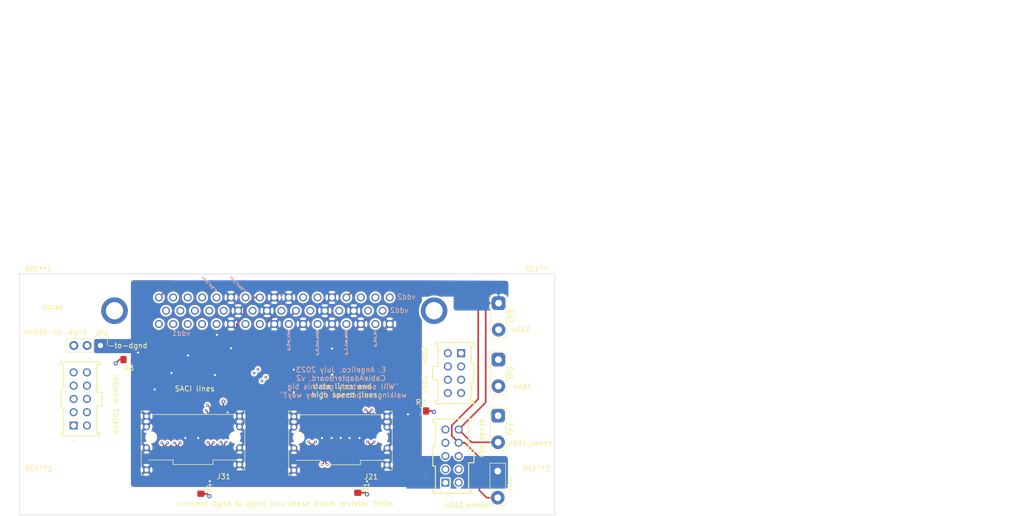
<source format=kicad_pcb>
(kicad_pcb (version 20221018) (generator pcbnew)
  (layers (0 "F.Cu" power) (1 "In1.Cu" signal "In1_sig.Cu") (2 "In2.Cu" power "In2_pwr.Cu") (3 "In3.Cu" power "In3_pwr.Cu") (4 "In4.Cu" signal "In4_sig.Cu") (31 "B.Cu" power) (34 "B.Paste" user) (35 "F.Paste" user) (36 "B.SilkS" user "B.Silkscreen") (37 "F.SilkS" user "F.Silkscreen") (38 "B.Mask" user) (39 "F.Mask" user) (44 "Edge.Cuts" user))
  (net 0 "")
  (net 1 "DGND")
  (net 2 "/RD_CLK_P")
  (net 3 "/DATA_OUT_1_P")
  (net 4 "/DATA_OUT_0_P")
  (net 5 "/ASIC_SR0_P")
  (net 6 "/WORD_CLK_0_N")
  (net 7 "/WORD_CLK_0_P")
  (net 8 "AGND")
  (net 9 "/HS_Vdiff")
  (net 10 "/VDD1")
  (net 11 "/VDD2")
  (net 12 "/RD_CLK_N")
  (net 13 "/DATA_OUT_1_N")
  (net 14 "/DATA_OUT_0_N")
  (net 15 "/ASIC_GR")
  (net 16 "/ASIC_SR0_N")
  (net 17 "/SACI_CMD_P")
  (net 18 "/SACI_CLK_P")
  (net 19 "/ASIC_SACI_SEL")
  (net 20 "/ADC_MON_VIN_P")
  (net 21 "/ASIC_SampClkEn_P")
  (net 22 "/ASIC_SampClkEn_N")
  (net 23 "/VDD2_Sense")
  (net 24 "/SACI_RESP_P")
  (net 25 "/SACI_RESP_N")
  (net 26 "/ASIC_PULSE")
  (net 27 "/SACI_CMD_N")
  (net 28 "/SACI_CLK_N")
  (net 29 "/ADC_MON_VCOM")
  (net 30 "/ADC_MON_VIN_N")
  (net 31 "/VDD1_Sense")
  (net 32 "/d-sub-shield")
  (footprint "Connector_PinHeader_2.54mm:PinHeader_1x03_P2.54mm_Vertical" (layer "F.Cu") (at 103.61 82.2 -90)
    (fp_text reference "JP1" (at -2.26 -0.21 180) (layer "F.SilkS"))
    (fp_text value "Jumper_3_Open")
    (pad "1" thru_hole rect (at 0 0 270) (size 1.7 1.7) (drill 1) (layers "*.Cu" "*.Mask") (net 1 "DGND"))
    (pad "2" thru_hole oval (at 0 2.54 270) (size 1.7 1.7) (drill 1) (layers "*.Cu" "*.Mask") (net 32 "/d-sub-shield"))
    (pad "3" thru_hole oval (at 0 5.08 270) (size 1.7 1.7) (drill 1) (layers "*.Cu" "*.Mask") (net 8 "AGND"))
  )
  (footprint "MountingHole:MountingHole_3mm" (layer "F.Cu") (at 91.75 71.66)
    (fp_text reference "REF**1" (at 0 -4) (layer "F.SilkS"))
    (fp_text value "MountingHole_3mm")
    (pad "" np_thru_hole circle (at 0 0) (size 3 3) (drill 3) (layers "*.Cu" "*.Mask"))
  )
  (footprint "Connector:TE_1888174-6" (layer "F.Cu") (at 149.525 99.8 180)
    (fp_text reference "J21" (at -5.86251 -7.50645) (layer "F.SilkS") (effects (font (size 1.001795 1.001795))))
    (fp_text value "1888174-6")
    (pad "" np_thru_hole circle (at -8 0 180) (size 1.55 1.55) (drill 1.55) (layers "*.Cu" "*.Mask"))
    (pad "" np_thru_hole circle (at 8 0 180) (size 1.55 1.55) (drill 1.55) (layers "*.Cu" "*.Mask"))
    (pad "A1" smd oval (at -6.6 2.91 180) (size 0.35 1.8) (layers "F.Cu" "F.Paste" "F.Mask") (net 1 "DGND"))
    (pad "A2" smd oval (at -5.8 2.91 180) (size 0.35 1.8) (layers "F.Cu" "F.Paste" "F.Mask") (net 3 "/DATA_OUT_1_P"))
    (pad "A3" smd oval (at -5 2.91 180) (size 0.35 1.8) (layers "F.Cu" "F.Paste" "F.Mask") (net 13 "/DATA_OUT_1_N"))
    (pad "A4" smd oval (at -4.2 2.91 180) (size 0.35 1.8) (layers "F.Cu" "F.Paste" "F.Mask") (net 1 "DGND"))
    (pad "A5" smd oval (at -3.4 2.91 180) (size 0.35 1.8) (layers "F.Cu" "F.Paste" "F.Mask"))
    (pad "A6" smd oval (at -2.6 2.91 180) (size 0.35 1.8) (layers "F.Cu" "F.Paste" "F.Mask"))
    (pad "A7" smd oval (at -1.8 2.91 180) (size 0.35 1.8) (layers "F.Cu" "F.Paste" "F.Mask") (net 1 "DGND"))
    (pad "A8" smd oval (at -1 2.91 180) (size 0.35 1.8) (layers "F.Cu" "F.Paste" "F.Mask"))
    (pad "A9" smd oval (at -0.2 2.91 180) (size 0.35 1.8) (layers "F.Cu" "F.Paste" "F.Mask"))
    (pad "A10" smd oval (at 0.6 2.91 180) (size 0.35 1.8) (layers "F.Cu" "F.Paste" "F.Mask"))
    (pad "A11" smd oval (at 1.4 2.91 180) (size 0.35 1.8) (layers "F.Cu" "F.Paste" "F.Mask"))
    (pad "A12" smd oval (at 2.2 2.91 180) (size 0.35 1.8) (layers "F.Cu" "F.Paste" "F.Mask") (net 1 "DGND"))
    (pad "A13" smd oval (at 3 2.91 180) (size 0.35 1.8) (layers "F.Cu" "F.Paste" "F.Mask"))
    (pad "A14" smd oval (at 3.8 2.91 180) (size 0.35 1.8) (layers "F.Cu" "F.Paste" "F.Mask"))
    (pad "A15" smd oval (at 4.6 2.91 180) (size 0.35 1.8) (layers "F.Cu" "F.Paste" "F.Mask") (net 1 "DGND"))
    (pad "A16" smd oval (at 5.4 2.91 180) (size 0.35 1.8) (layers "F.Cu" "F.Paste" "F.Mask"))
    (pad "A17" smd oval (at 6.2 2.91 180) (size 0.35 1.8) (layers "F.Cu" "F.Paste" "F.Mask"))
    (pad "A18" smd oval (at 7 2.91 180) (size 0.35 1.8) (layers "F.Cu" "F.Paste" "F.Mask") (net 1 "DGND"))
    (pad "B1" smd oval (at -7 -2.91 180) (size 0.35 1.8) (layers "F.Cu" "F.Paste" "F.Mask") (net 1 "DGND"))
    (pad "B2" smd oval (at -6.2 -2.91 180) (size 0.35 1.8) (layers "F.Cu" "F.Paste" "F.Mask") (net 4 "/DATA_OUT_0_P"))
    (pad "B3" smd oval (at -5.4 -2.91 180) (size 0.35 1.8) (layers "F.Cu" "F.Paste" "F.Mask") (net 14 "/DATA_OUT_0_N"))
    (pad "B4" smd oval (at -4.6 -2.91 180) (size 0.35 1.8) (layers "F.Cu" "F.Paste" "F.Mask") (net 1 "DGND"))
    (pad "B5" smd oval (at -3.8 -2.91 180) (size 0.35 1.8) (layers "F.Cu" "F.Paste" "F.Mask"))
    (pad "B6" smd oval (at -3 -2.91 180) (size 0.35 1.8) (layers "F.Cu" "F.Paste" "F.Mask"))
    (pad "B7" smd oval (at -2.2 -2.91 180) (size 0.35 1.8) (layers "F.Cu" "F.Paste" "F.Mask") (net 1 "DGND"))
    (pad "B8" smd oval (at -1.4 -2.91 180) (size 0.35 1.8) (layers "F.Cu" "F.Paste" "F.Mask"))
    (pad "B9" smd oval (at -0.6 -2.91 180) (size 0.35 1.8) (layers "F.Cu" "F.Paste" "F.Mask"))
    (pad "B10" smd oval (at 0.2 -2.91 180) (size 0.35 1.8) (layers "F.Cu" "F.Paste" "F.Mask"))
    (pad "B11" smd oval (at 1 -2.91 180) (size 0.35 1.8) (layers "F.Cu" "F.Paste" "F.Mask"))
    (pad "B12" smd oval (at 1.8 -2.91 180) (size 0.35 1.8) (layers "F.Cu" "F.Paste" "F.Mask") (net 1 "DGND"))
    (pad "B13" smd oval (at 2.6 -2.91 180) (size 0.35 1.8) (layers "F.Cu" "F.Paste" "F.Mask") (net 7 "/WORD_CLK_0_P"))
    (pad "B14" smd oval (at 3.4 -2.91 180) (size 0.35 1.8) (layers "F.Cu" "F.Paste" "F.Mask") (net 6 "/WORD_CLK_0_N"))
    (pad "B15" smd oval (at 4.2 -2.91 180) (size 0.35 1.8) (layers "F.Cu" "F.Paste" "F.Mask") (net 1 "DGND"))
    (pad "B16" smd oval (at 5 -2.91 180) (size 0.35 1.8) (layers "F.Cu" "F.Paste" "F.Mask") (net 2 "/RD_CLK_P"))
    (pad "B17" smd oval (at 5.8 -2.91 180) (size 0.35 1.8) (layers "F.Cu" "F.Paste" "F.Mask") (net 12 "/RD_CLK_N"))
    (pad "B18" smd oval (at 6.6 -2.91 180) (size 0.35 1.8) (layers "F.Cu" "F.Paste" "F.Mask") (net 1 "DGND"))
    (pad "S1" thru_hole circle (at -8.9 -5.24 180) (size 1.308 1.308) (drill 0.8) (layers "*.Cu" "*.Mask") (net 1 "DGND"))
    (pad "S2" thru_hole circle (at -8.9 -2 180) (size 1.308 1.308) (drill 0.8) (layers "*.Cu" "*.Mask") (net 1 "DGND"))
    (pad "S3" thru_hole circle (at -8.9 2 180) (size 1.308 1.308) (drill 0.8) (layers "*.Cu" "*.Mask") (net 1 "DGND"))
    (pad "S4" thru_hole circle (at -8.9 4.03 180) (size 1.308 1.308) (drill 0.8) (layers "*.Cu" "*.Mask") (net 1 "DGND"))
    (pad "S5" thru_hole circle (at 8.9 4.03 180) (size 1.308 1.308) (drill 0.8) (layers "*.Cu" "*.Mask") (net 1 "DGND"))
    (pad "S6" thru_hole circle (at 8.9 2 180) (size 1.308 1.308) (drill 0.8) (layers "*.Cu" "*.Mask") (net 1 "DGND"))
    (pad "S7" thru_hole circle (at 8.9 -2 180) (size 1.308 1.308) (drill 0.8) (layers "*.Cu" "*.Mask") (net 1 "DGND"))
    (pad "S8" thru_hole circle (at 8.9 -6.24 180) (size 1.308 1.308) (drill 0.8) (layers "*.Cu" "*.Mask") (net 1 "DGND"))
  )
  (footprint "Connector_Samtec:SAMTEC_IPL1-105-01-X-D-K" (layer "F.Cu") (at 170.865 103.3425 90)
    (fp_text reference "J2" (at -3.935 -4.812 90) (layer "F.SilkS") (effects (font (thickness 0.015))))
    (fp_text value "IPL1-105-01-L-D-K")
    (pad "01" thru_hole rect (at -5.08 -1.27 90) (size 1.53 1.53) (drill 1.02) (layers "*.Cu" "*.Mask") (net 8 "AGND"))
    (pad "02" thru_hole circle (at -2.54 -1.27 90) (size 1.53 1.53) (drill 1.02) (layers "*.Cu" "*.Mask"))
    (pad "03" thru_hole circle (at 0 -1.27 90) (size 1.53 1.53) (drill 1.02) (layers "*.Cu" "*.Mask"))
    (pad "04" thru_hole circle (at 2.54 -1.27 90) (size 1.53 1.53) (drill 1.02) (layers "*.Cu" "*.Mask"))
    (pad "05" thru_hole circle (at 5.08 -1.27 90) (size 1.53 1.53) (drill 1.02) (layers "*.Cu" "*.Mask") (net 8 "AGND"))
    (pad "06" thru_hole circle (at -5.08 1.27 90) (size 1.53 1.53) (drill 1.02) (layers "*.Cu" "*.Mask"))
    (pad "07" thru_hole circle (at -2.54 1.27 90) (size 1.53 1.53) (drill 1.02) (layers "*.Cu" "*.Mask"))
    (pad "08" thru_hole circle (at 0 1.27 90) (size 1.53 1.53) (drill 1.02) (layers "*.Cu" "*.Mask"))
    (pad "09" thru_hole circle (at 2.54 1.27 90) (size 1.53 1.53) (drill 1.02) (layers "*.Cu" "*.Mask") (net 23 "/VDD2_Sense"))
    (pad "10" thru_hole circle (at 5.08 1.27 90) (size 1.53 1.53) (drill 1.02) (layers "*.Cu" "*.Mask") (net 31 "/VDD1_Sense"))
  )
  (footprint "TestPoint:TestPoint_2Pads_Pitch5.08mm_Drill1.3mm" (layer "F.Cu") (at 179.6 106.22 -90)
    (fp_text reference "TP4" (at 2.54 -2.5 90) (layer "F.SilkS"))
    (fp_text value "TestPoint_2Pole")
    (pad "1" thru_hole roundrect (at 0 0 270) (size 2.6 2.6) (drill 1.3) (layers "*.Cu" "*.Mask") (net 1 "DGND"))
    (pad "2" thru_hole circle (at 5.08 0 270) (size 2.6 2.6) (drill 1.3) (layers "*.Cu" "*.Mask") (net 23 "/VDD2_Sense"))
  )
  (footprint "MountingHole:MountingHole_3mm" (layer "F.Cu") (at 187 109.76)
    (fp_text reference "REF**2" (at 0 -4) (layer "F.SilkS"))
    (fp_text value "MountingHole_3mm")
    (pad "" np_thru_hole circle (at 0 0) (size 3 3) (drill 3) (layers "*.Cu" "*.Mask"))
  )
  (footprint "Connector_Samtec:SAMTEC_IPL1-105-01-X-D-K" (layer "F.Cu") (at 99.765 92.4175 90)
    (fp_text reference "J3" (at -3.935 -4.812 90) (layer "F.SilkS") (effects (font (thickness 0.015))))
    (fp_text value "IPL1-105-01-X-D-K")
    (pad "01" thru_hole rect (at -5.08 -1.27 90) (size 1.53 1.53) (drill 1.02) (layers "*.Cu" "*.Mask") (net 8 "AGND"))
    (pad "02" thru_hole circle (at -2.54 -1.27 90) (size 1.53 1.53) (drill 1.02) (layers "*.Cu" "*.Mask") (net 8 "AGND"))
    (pad "03" thru_hole circle (at 0 -1.27 90) (size 1.53 1.53) (drill 1.02) (layers "*.Cu" "*.Mask") (net 8 "AGND"))
    (pad "04" thru_hole circle (at 2.54 -1.27 90) (size 1.53 1.53) (drill 1.02) (layers "*.Cu" "*.Mask") (net 8 "AGND"))
    (pad "05" thru_hole circle (at 5.08 -1.27 90) (size 1.53 1.53) (drill 1.02) (layers "*.Cu" "*.Mask") (net 8 "AGND"))
    (pad "06" thru_hole circle (at -5.08 1.27 90) (size 1.53 1.53) (drill 1.02) (layers "*.Cu" "*.Mask") (net 9 "/HS_Vdiff"))
    (pad "07" thru_hole circle (at -2.54 1.27 90) (size 1.53 1.53) (drill 1.02) (layers "*.Cu" "*.Mask"))
    (pad "08" thru_hole circle (at 0 1.27 90) (size 1.53 1.53) (drill 1.02) (layers "*.Cu" "*.Mask") (net 20 "/ADC_MON_VIN_P"))
    (pad "09" thru_hole circle (at 2.54 1.27 90) (size 1.53 1.53) (drill 1.02) (layers "*.Cu" "*.Mask") (net 29 "/ADC_MON_VCOM"))
    (pad "10" thru_hole circle (at 5.08 1.27 90) (size 1.53 1.53) (drill 1.02) (layers "*.Cu" "*.Mask") (net 30 "/ADC_MON_VIN_N"))
  )
  (footprint "Resistor_SMD:R_0805_2012Metric_Pad1.20x1.40mm_HandSolder" (layer "F.Cu") (at 109.03 84.89 180)
    (fp_text reference "R3" (at 0 -1.65) (layer "F.SilkS"))
    (fp_text value "0 (NL)")
    (pad "1" smd roundrect (at -1 0 180) (size 1.2 1.4) (layers "F.Cu" "F.Paste" "F.Mask") (roundrect_rratio 0.2083333333) (net 1 "DGND"))
    (pad "2" smd roundrect (at 1 0 180) (size 1.2 1.4) (layers "F.Cu" "F.Paste" "F.Mask") (roundrect_rratio 0.2083333333) (net 8 "AGND"))
  )
  (footprint "Resistor_SMD:R_0805_2012Metric_Pad1.20x1.40mm_HandSolder" (layer "F.Cu") (at 164.89 94.72)
    (fp_text reference "R2" (at 0 -1.65) (layer "F.SilkS"))
    (fp_text value "0 (NL)")
    (pad "1" smd roundrect (at -1 0) (size 1.2 1.4) (layers "F.Cu" "F.Paste" "F.Mask") (roundrect_rratio 0.2083333333) (net 1 "DGND"))
    (pad "2" smd roundrect (at 1 0) (size 1.2 1.4) (layers "F.Cu" "F.Paste" "F.Mask") (roundrect_rratio 0.2083333333) (net 8 "AGND"))
  )
  (footprint "TestPoint:TestPoint_2Pads_Pitch5.08mm_Drill1.3mm" (layer "F.Cu") (at 179.72 84.89 -90)
    (fp_text reference "TP2" (at 2.54 -2.5 90) (layer "F.SilkS"))
    (fp_text value "TestPoint_2Pole")
    (pad "1" thru_hole roundrect (at 0 0 270) (size 2.6 2.6) (drill 1.3) (layers "*.Cu" "*.Mask") (net 8 "AGND"))
    (pad "2" thru_hole circle (at 5.08 0 270) (size 2.6 2.6) (drill 1.3) (layers "*.Cu" "*.Mask") (net 10 "/VDD1"))
  )
  (footprint "Resistor_SMD:R_0805_2012Metric_Pad1.20x1.40mm_HandSolder" (layer "F.Cu") (at 122.84 109.55 -90)
    (fp_text reference "R4" (at 0 -1.65 90) (layer "F.SilkS"))
    (fp_text value "0 (NL)")
    (pad "1" smd roundrect (at -1 0 270) (size 1.2 1.4) (layers "F.Cu" "F.Paste" "F.Mask") (roundrect_rratio 0.2083333333) (net 1 "DGND"))
    (pad "2" smd roundrect (at 1 0 270) (size 1.2 1.4) (layers "F.Cu" "F.Paste" "F.Mask") (roundrect_rratio 0.2083333333) (net 8 "AGND"))
  )
  (footprint "MountingHole:MountingHole_3mm" (layer "F.Cu") (at 187 71.66)
    (fp_text reference "REF**" (at 0 -4) (layer "F.SilkS"))
    (fp_text value "MountingHole_3mm")
    (pad "" np_thru_hole circle (at 0 0) (size 3 3) (drill 3) (layers "*.Cu" "*.Mask"))
  )
  (footprint "TestPoint:TestPoint_2Pads_Pitch5.08mm_Drill1.3mm" (layer "F.Cu") (at 179.77 74.1 -90)
    (fp_text reference "TP3" (at 2.54 -2.5 90) (layer "F.SilkS"))
    (fp_text value "TestPoint_2Pole")
    (pad "1" thru_hole roundrect (at 0 0 270) (size 2.6 2.6) (drill 1.3) (layers "*.Cu" "*.Mask") (net 1 "DGND"))
    (pad "2" thru_hole circle (at 5.08 0 270) (size 2.6 2.6) (drill 1.3) (layers "*.Cu" "*.Mask") (net 11 "/VDD2"))
  )
  (footprint "Connector:TE_1888174-6" (layer "F.Cu") (at 121.325 99.75 180)
    (fp_text reference "J31" (at -5.86251 -7.50645) (layer "F.SilkS") (effects (font (size 1.001795 1.001795))))
    (fp_text value "1888174-6")
    (pad "" np_thru_hole circle (at -8 0 180) (size 1.55 1.55) (drill 1.55) (layers "*.Cu" "*.Mask"))
    (pad "" np_thru_hole circle (at 8 0 180) (size 1.55 1.55) (drill 1.55) (layers "*.Cu" "*.Mask"))
    (pad "A1" smd oval (at -6.6 2.91 180) (size 0.35 1.8) (layers "F.Cu" "F.Paste" "F.Mask") (net 1 "DGND"))
    (pad "A2" smd oval (at -5.8 2.91 180) (size 0.35 1.8) (layers "F.Cu" "F.Paste" "F.Mask") (net 19 "/ASIC_SACI_SEL"))
    (pad "A3" smd oval (at -5 2.91 180) (size 0.35 1.8) (layers "F.Cu" "F.Paste" "F.Mask"))
    (pad "A4" smd oval (at -4.2 2.91 180) (size 0.35 1.8) (layers "F.Cu" "F.Paste" "F.Mask") (net 1 "DGND"))
    (pad "A5" smd oval (at -3.4 2.91 180) (size 0.35 1.8) (layers "F.Cu" "F.Paste" "F.Mask") (net 21 "/ASIC_SampClkEn_P"))
    (pad "A6" smd oval (at -2.6 2.91 180) (size 0.35 1.8) (layers "F.Cu" "F.Paste" "F.Mask") (net 22 "/ASIC_SampClkEn_N"))
    (pad "A7" smd oval (at -1.8 2.91 180) (size 0.35 1.8) (layers "F.Cu" "F.Paste" "F.Mask") (net 1 "DGND"))
    (pad "A8" smd oval (at -1 2.91 180) (size 0.35 1.8) (layers "F.Cu" "F.Paste" "F.Mask"))
    (pad "A9" smd oval (at -0.2 2.91 180) (size 0.35 1.8) (layers "F.Cu" "F.Paste" "F.Mask"))
    (pad "A10" smd oval (at 0.6 2.91 180) (size 0.35 1.8) (layers "F.Cu" "F.Paste" "F.Mask"))
    (pad "A11" smd oval (at 1.4 2.91 180) (size 0.35 1.8) (layers "F.Cu" "F.Paste" "F.Mask"))
    (pad "A12" smd oval (at 2.2 2.91 180) (size 0.35 1.8) (layers "F.Cu" "F.Paste" "F.Mask") (net 1 "DGND"))
    (pad "A13" smd oval (at 3 2.91 180) (size 0.35 1.8) (layers "F.Cu" "F.Paste" "F.Mask") (net 15 "/ASIC_GR"))
    (pad "A14" smd oval (at 3.8 2.91 180) (size 0.35 1.8) (layers "F.Cu" "F.Paste" "F.Mask") (net 26 "/ASIC_PULSE"))
    (pad "A15" smd oval (at 4.6 2.91 180) (size 0.35 1.8) (layers "F.Cu" "F.Paste" "F.Mask") (net 1 "DGND"))
    (pad "A16" smd oval (at 5.4 2.91 180) (size 0.35 1.8) (layers "F.Cu" "F.Paste" "F.Mask"))
    (pad "A17" smd oval (at 6.2 2.91 180) (size 0.35 1.8) (layers "F.Cu" "F.Paste" "F.Mask"))
    (pad "A18" smd oval (at 7 2.91 180) (size 0.35 1.8) (layers "F.Cu" "F.Paste" "F.Mask") (net 1 "DGND"))
    (pad "B1" smd oval (at -7 -2.91 180) (size 0.35 1.8) (layers "F.Cu" "F.Paste" "F.Mask") (net 1 "DGND"))
    (pad "B2" smd oval (at -6.2 -2.91 180) (size 0.35 1.8) (layers "F.Cu" "F.Paste" "F.Mask") (net 24 "/SACI_RESP_P"))
    (pad "B3" smd oval (at -5.4 -2.91 180) (size 0.35 1.8) (layers "F.Cu" "F.Paste" "F.Mask") (net 25 "/SACI_RESP_N"))
    (pad "B4" smd oval (at -4.6 -2.91 180) (size 0.35 1.8) (layers "F.Cu" "F.Paste" "F.Mask") (net 1 "DGND"))
    (pad "B5" smd oval (at -3.8 -2.91 180) (size 0.35 1.8) (layers "F.Cu" "F.Paste" "F.Mask") (net 17 "/SACI_CMD_P"))
    (pad "B6" smd oval (at -3 -2.91 180) (size 0.35 1.8) (layers "F.Cu" "F.Paste" "F.Mask") (net 27 "/SACI_CMD_N"))
    (pad "B7" smd oval (at -2.2 -2.91 180) (size 0.35 1.8) (layers "F.Cu" "F.Paste" "F.Mask") (net 1 "DGND"))
    (pad "B8" smd oval (at -1.4 -2.91 180) (size 0.35 1.8) (layers "F.Cu" "F.Paste" "F.Mask"))
    (pad "B9" smd oval (at -0.6 -2.91 180) (size 0.35 1.8) (layers "F.Cu" "F.Paste" "F.Mask"))
    (pad "B10" smd oval (at 0.2 -2.91 180) (size 0.35 1.8) (layers "F.Cu" "F.Paste" "F.Mask"))
    (pad "B11" smd oval (at 1 -2.91 180) (size 0.35 1.8) (layers "F.Cu" "F.Paste" "F.Mask"))
    (pad "B12" smd oval (at 1.8 -2.91 180) (size 0.35 1.8) (layers "F.Cu" "F.Paste" "F.Mask") (net 1 "DGND"))
    (pad "B13" smd oval (at 2.6 -2.91 180) (size 0.35 1.8) (layers "F.Cu" "F.Paste" "F.Mask") (net 18 "/SACI_CLK_P"))
    (pad "B14" smd oval (at 3.4 -2.91 180) (size 0.35 1.8) (layers "F.Cu" "F.Paste" "F.Mask") (net 28 "/SACI_CLK_N"))
    (pad "B15" smd oval (at 4.2 -2.91 180) (size 0.35 1.8) (layers "F.Cu" "F.Paste" "F.Mask") (net 1 "DGND"))
    (pad "B16" smd oval (at 5 -2.91 180) (size 0.35 1.8) (layers "F.Cu" "F.Paste" "F.Mask") (net 5 "/ASIC_SR0_P"))
    (pad "B17" smd oval (at 5.8 -2.91 180) (size 0.35 1.8) (layers "F.Cu" "F.Paste" "F.Mask") (net 16 "/ASIC_SR0_N"))
    (pad "B18" smd oval (at 6.6 -2.91 180) (size 0.35 1.8) (layers "F.Cu" "F.Paste" "F.Mask") (net 1 "DGND"))
    (pad "S1" thru_hole circle (at -8.9 -5.24 180) (size 1.308 1.308) (drill 0.8) (layers "*.Cu" "*.Mask") (net 1 "DGND"))
    (pad "S2" thru_hole circle (at -8.9 -2 180) (size 1.308 1.308) (drill 0.8) (layers "*.Cu" "*.Mask") (net 1 "DGND"))
    (pad "S3" thru_hole circle (at -8.9 2 180) (size 1.308 1.308) (drill 0.8) (layers "*.Cu" "*.Mask") (net 1 "DGND"))
    (pad "S4" thru_hole circle (at -8.9 4.03 180) (size 1.308 1.308) (drill 0.8) (layers "*.Cu" "*.Mask") (net 1 "DGND"))
    (pad "S5" thru_hole circle (at 8.9 4.03 180) (size 1.308 1.308) (drill 0.8) (layers "*.Cu" "*.Mask") (net 1 "DGND"))
    (pad "S6" thru_hole circle (at 8.9 2 180) (size 1.308 1.308) (drill 0.8) (layers "*.Cu" "*.Mask") (net 1 "DGND"))
    (pad "S7" thru_hole circle (at 8.9 -2 180) (size 1.308 1.308) (drill 0.8) (layers "*.Cu" "*.Mask") (net 1 "DGND"))
    (pad "S8" thru_hole circle (at 8.9 -6.24 180) (size 1.308 1.308) (drill 0.8) (layers "*.Cu" "*.Mask") (net 1 "DGND"))
  )
  (footprint "Connector_Samtec:SAMTEC_IPL1-104-01-L-D-K" (layer "F.Cu") (at 171.325 87.475 -90)
    (fp_text reference "J1" (at -2.535 -4.77 90) (layer "F.SilkS") (effects (font (thickness 0.015))))
    (fp_text value "IPL1-104-01-L-D-K")
    (pad "01" thru_hole rect (at -3.81 -1.27 270) (size 1.53 1.53) (drill 1.02) (layers "*.Cu" "*.Mask") (net 8 "AGND"))
    (pad "02" thru_hole circle (at -1.27 -1.27 270) (size 1.53 1.53) (drill 1.02) (layers "*.Cu" "*.Mask") (net 8 "AGND"))
    (pad "03" thru_hole circle (at 1.27 -1.27 270) (size 1.53 1.53) (drill 1.02) (layers "*.Cu" "*.Mask") (net 8 "AGND"))
    (pad "04" thru_hole circle (at 3.81 -1.27 270) (size 1.53 1.53) (drill 1.02) (layers "*.Cu" "*.Mask") (net 8 "AGND"))
    (pad "05" thru_hole circle (at -3.81 1.27 270) (size 1.53 1.53) (drill 1.02) (layers "*.Cu" "*.Mask") (net 11 "/VDD2"))
    (pad "06" thru_hole circle (at -1.27 1.27 270) (size 1.53 1.53) (drill 1.02) (layers "*.Cu" "*.Mask") (net 11 "/VDD2"))
    (pad "07" thru_hole circle (at 1.27 1.27 270) (size 1.53 1.53) (drill 1.02) (layers "*.Cu" "*.Mask") (net 10 "/VDD1"))
    (pad "08" thru_hole circle (at 3.81 1.27 270) (size 1.53 1.53) (drill 1.02) (layers "*.Cu" "*.Mask") (net 10 "/VDD1"))
  )
  (footprint "Connector_Dsub:SKT-50" (layer "F.Cu") (at 94.575 74.975)
    (fp_text reference "DSUB1" (at 0 0) (layer "F.SilkS") (effects (font (size 0.787402 0.787402))))
    (fp_text value "5747193-2")
    (pad "1" thru_hole circle (at 64.3636 3.1115) (size 1.524 1.524) (drill 1.016) (layers "*.Cu" "*.Mask") (net 1 "DGND"))
    (pad "2" thru_hole circle (at 61.6204 3.1115) (size 1.524 1.524) (drill 1.016) (layers "*.Cu" "*.Mask") (net 2 "/RD_CLK_P"))
    (pad "3" thru_hole circle (at 58.8518 3.1115) (size 1.524 1.524) (drill 1.016) (layers "*.Cu" "*.Mask") (net 1 "DGND"))
    (pad "4" thru_hole circle (at 56.0832 3.1115) (size 1.524 1.524) (drill 1.016) (layers "*.Cu" "*.Mask") (net 3 "/DATA_OUT_1_P"))
    (pad "5" thru_hole circle (at 53.34 3.1115) (size 1.524 1.524) (drill 1.016) (layers "*.Cu" "*.Mask") (net 1 "DGND"))
    (pad "6" thru_hole circle (at 50.5714 3.1115) (size 1.524 1.524) (drill 1.016) (layers "*.Cu" "*.Mask") (net 4 "/DATA_OUT_0_P"))
    (pad "7" thru_hole circle (at 47.8028 3.1115) (size 1.524 1.524) (drill 1.016) (layers "*.Cu" "*.Mask") (net 1 "DGND"))
    (pad "8" thru_hole circle (at 45.0596 3.1115) (size 1.524 1.524) (drill 1.016) (layers "*.Cu" "*.Mask") (net 5 "/ASIC_SR0_P"))
    (pad "9" thru_hole circle (at 42.291 3.1115) (size 1.524 1.524) (drill 1.016) (layers "*.Cu" "*.Mask") (net 1 "DGND"))
    (pad "10" thru_hole circle (at 39.5224 3.1115) (size 1.524 1.524) (drill 1.016) (layers "*.Cu" "*.Mask") (net 6 "/WORD_CLK_0_N"))
    (pad "11" thru_hole circle (at 36.7792 3.1115) (size 1.524 1.524) (drill 1.016) (layers "*.Cu" "*.Mask") (net 7 "/WORD_CLK_0_P"))
    (pad "12" thru_hole circle (at 34.0106 3.1115) (size 1.524 1.524) (drill 1.016) (layers "*.Cu" "*.Mask") (net 1 "DGND"))
    (pad "13" thru_hole circle (at 31.242 3.1115) (size 1.524 1.524) (drill 1.016) (layers "*.Cu" "*.Mask") (net 8 "AGND"))
    (pad "14" thru_hole circle (at 28.4988 3.1115) (size 1.524 1.524) (drill 1.016) (layers "*.Cu" "*.Mask") (net 9 "/HS_Vdiff"))
    (pad "15" thru_hole circle (at 25.7302 3.1115) (size 1.524 1.524) (drill 1.016) (layers "*.Cu" "*.Mask") (net 10 "/VDD1"))
    (pad "16" thru_hole circle (at 22.9616 3.1115) (size 1.524 1.524) (drill 1.016) (layers "*.Cu" "*.Mask") (net 10 "/VDD1"))
    (pad "17" thru_hole circle (at 20.2184 3.1115) (size 1.524 1.524) (drill 1.016) (layers "*.Cu" "*.Mask") (net 8 "AGND"))
    (pad "18" thru_hole circle (at 62.992 0.5715) (size 1.524 1.524) (drill 1.016) (layers "*.Cu" "*.Mask") (net 11 "/VDD2"))
    (pad "19" thru_hole circle (at 60.2234 0.5715) (size 1.524 1.524) (drill 1.016) (layers "*.Cu" "*.Mask") (net 12 "/RD_CLK_N"))
    (pad "20" thru_hole circle (at 57.4802 0.5715) (size 1.524 1.524) (drill 1.016) (layers "*.Cu" "*.Mask") (net 1 "DGND"))
    (pad "21" thru_hole circle (at 54.7116 0.5715) (size 1.524 1.524) (drill 1.016) (layers "*.Cu" "*.Mask") (net 13 "/DATA_OUT_1_N"))
    (pad "22" thru_hole circle (at 51.943 0.5715) (size 1.524 1.524) (drill 1.016) (layers "*.Cu" "*.Mask") (net 1 "DGND"))
    (pad "23" thru_hole circle (at 49.1744 0.5715) (size 1.524 1.524) (drill 1.016) (layers "*.Cu" "*.Mask") (net 14 "/DATA_OUT_0_N"))
    (pad "24" thru_hole circle (at 46.4312 0.5715) (size 1.524 1.524) (drill 1.016) (layers "*.Cu" "*.Mask") (net 15 "/ASIC_GR"))
    (pad "25" thru_hole circle (at 43.6626 0.5715) (size 1.524 1.524) (drill 1.016) (layers "*.Cu" "*.Mask") (net 16 "/ASIC_SR0_N"))
    (pad "26" thru_hole circle (at 40.894 0.5715) (size 1.524 1.524) (drill 1.016) (layers "*.Cu" "*.Mask") (net 1 "DGND"))
    (pad "27" thru_hole circle (at 38.1508 0.5715) (size 1.524 1.524) (drill 1.016) (layers "*.Cu" "*.Mask") (net 17 "/SACI_CMD_P"))
    (pad "28" thru_hole circle (at 35.3822 0.5715) (size 1.524 1.524) (drill 1.016) (layers "*.Cu" "*.Mask") (net 1 "DGND"))
    (pad "29" thru_hole circle (at 32.6136 0.5715) (size 1.524 1.524) (drill 1.016) (layers "*.Cu" "*.Mask") (net 18 "/SACI_CLK_P"))
    (pad "30" thru_hole circle (at 29.8704 0.5715) (size 1.524 1.524) (drill 1.016) (layers "*.Cu" "*.Mask") (net 19 "/ASIC_SACI_SEL"))
    (pad "31" thru_hole circle (at 27.1018 0.5715) (size 1.524 1.524) (drill 1.016) (layers "*.Cu" "*.Mask") (net 8 "AGND"))
    (pad "32" thru_hole circle (at 24.3332 0.5715) (size 1.524 1.524) (drill 1.016) (layers "*.Cu" "*.Mask") (net 20 "/ADC_MON_VIN_P"))
    (pad "33" thru_hole circle (at 21.59 0.5715) (size 1.524 1.524) (drill 1.016) (layers "*.Cu" "*.Mask") (net 8 "AGND"))
    (pad "34" thru_hole circle (at 64.3636 -1.9685) (size 1.524 1.524) (drill 1.016) (layers "*.Cu" "*.Mask") (net 11 "/VDD2"))
    (pad "35" thru_hole circle (at 61.6204 -1.9685) (size 1.524 1.524) (drill 1.016) (layers "*.Cu" "*.Mask") (net 21 "/ASIC_SampClkEn_P"))
    (pad "36" thru_hole circle (at 58.8518 -1.9685) (size 1.524 1.524) (drill 1.016) (layers "*.Cu" "*.Mask") (net 22 "/ASIC_SampClkEn_N"))
    (pad "37" thru_hole circle (at 56.0832 -1.9685) (size 1.524 1.524) (drill 1.016) (layers "*.Cu" "*.Mask") (net 23 "/VDD2_Sense"))
    (pad "38" thru_hole circle (at 53.34 -1.9685) (size 1.524 1.524) (drill 1.016) (layers "*.Cu" "*.Mask") (net 1 "DGND"))
    (pad "39" thru_hole circle (at 50.5714 -1.9685) (size 1.524 1.524) (drill 1.016) (layers "*.Cu" "*.Mask") (net 24 "/SACI_RESP_P"))
    (pad "40" thru_hole circle (at 47.8028 -1.9685) (size 1.524 1.524) (drill 1.016) (layers "*.Cu" "*.Mask") (net 25 "/SACI_RESP_N"))
    (pad "41" thru_hole circle (at 45.0596 -1.9685) (size 1.524 1.524) (drill 1.016) (layers "*.Cu" "*.Mask") (net 1 "DGND"))
    (pad "42" thru_hole circle (at 42.291 -1.9685) (size 1.524 1.524) (drill 1.016) (layers "*.Cu" "*.Mask") (net 1 "DGND"))
    (pad "43" thru_hole circle (at 39.5224 -1.9685) (size 1.524 1.524) (drill 1.016) (layers "*.Cu" "*.Mask") (net 26 "/ASIC_PULSE"))
    (pad "44" thru_hole circle (at 36.7792 -1.9685) (size 1.524 1.524) (drill 1.016) (layers "*.Cu" "*.Mask") (net 27 "/SACI_CMD_N"))
    (pad "45" thru_hole circle (at 34.0106 -1.9685) (size 1.524 1.524) (drill 1.016) (layers "*.Cu" "*.Mask") (net 1 "DGND"))
    (pad "46" thru_hole circle (at 31.242 -1.9685) (size 1.524 1.524) (drill 1.016) (layers "*.Cu" "*.Mask") (net 28 "/SACI_CLK_N"))
    (pad "47" thru_hole circle (at 28.4988 -1.9685) (size 1.524 1.524) (drill 1.016) (layers "*.Cu" "*.Mask") (net 8 "AGND"))
    (pad "48" thru_hole circle (at 25.7302 -1.9685) (size 1.524 1.524) (drill 1.016) (layers "*.Cu" "*.Mask") (net 29 "/ADC_MON_VCOM"))
    (pad "49" thru_hole circle (at 22.9616 -1.9685) (size 1.524 1.524) (drill 1.016) (layers "*.Cu" "*.Mask") (net 30 "/ADC_MON_VIN_N"))
    (pad "50" thru_hole circle (at 20.2184 -1.9685) (size 1.524 1.524) (drill 1.016) (layers "*.Cu" "*.Mask") (net 31 "/VDD1_Sense"))
    (pad "M1" thru_hole circle (at 11.7348 0.5715) (size 5.08 5.08) (drill 3.302) (layers "*.Cu" "*.Mask") (net 32 "/d-sub-shield"))
    (pad "M2" thru_hole circle (at 72.8472 0.5715) (size 5.08 5.08) (drill 3.302) (layers "*.Cu" "*.Mask") (net 32 "/d-sub-shield"))
  )
  (footprint "TestPoint:TestPoint_2Pads_Pitch5.08mm_Drill1.3mm" (layer "F.Cu") (at 179.67 95.63 -90)
    (fp_text reference "TP1" (at 2.54 -2.5 90) (layer "F.SilkS"))
    (fp_text value "TestPoint_2Pole")
    (pad "1" thru_hole roundrect (at 0 0 270) (size 2.6 2.6) (drill 1.3) (layers "*.Cu" "*.Mask") (net 8 "AGND"))
    (pad "2" thru_hole circle (at 5.08 0 270) (size 2.6 2.6) (drill 1.3) (layers "*.Cu" "*.Mask") (net 31 "/VDD1_Sense"))
  )
  (footprint "Resistor_SMD:R_0805_2012Metric_Pad1.20x1.40mm_HandSolder" (layer "F.Cu") (at 152.84 109.36 -90)
    (fp_text reference "R1" (at 0 -1.65 90) (layer "F.SilkS"))
    (fp_text value "0 (NL)")
    (pad "1" smd roundrect (at -1 0 270) (size 1.2 1.4) (layers "F.Cu" "F.Paste" "F.Mask") (roundrect_rratio 0.2083333333) (net 1 "DGND"))
    (pad "2" smd roundrect (at 1 0 270) (size 1.2 1.4) (layers "F.Cu" "F.Paste" "F.Mask") (roundrect_rratio 0.2083333333) (net 8 "AGND"))
  )
  (footprint "MountingHole:MountingHole_3mm" (layer "F.Cu") (at 91.75 109.76)
    (fp_text reference "REF**3" (at 0 -4) (layer "F.SilkS"))
    (fp_text value "MountingHole_3mm")
    (pad "" np_thru_hole circle (at 0 0) (size 3 3) (drill 3) (layers "*.Cu" "*.Mask"))
  )
  (footprint "logos:nexo-logo-small" (layer "B.Cu") (at 121.725 90.075 180)
    (fp_text reference "G***" hide)
    (fp_text value "LOGO" hide)
  )
  (gr_line (start 190.48 68.51) (end 190.48 114.6) (stroke (width 0.1)) (layer "Edge.Cuts"))
  (gr_line (start 190.48 114.6) (end 88.13 114.6) (stroke (width 0.1)) (layer "Edge.Cuts"))
  (gr_line (start 88.13 114.6) (end 88.13 68.51) (stroke (width 0.1)) (layer "Edge.Cuts"))
  (gr_line (start 88.13 68.51) (end 162.4 68.51) (stroke (width 0.1)) (layer "Edge.Cuts"))
  (gr_line (start 162.4 68.51) (end 190.48 68.51) (stroke (width 0.1)) (layer "Edge.Cuts"))
  (gr_text "saci_clk_n\n" (at 124.45 70.55 135) (layer "B.SilkS") (effects (font (size 0.5 0.5) (thickness 0.125)) (justify mirror)))
  (gr_text "data_out_1_p\n" (at 150.58 81.57 90) (layer "B.SilkS") (effects (font (size 0.5 0.5) (thickness 0.125)) (justify mirror)))
  (gr_text "data_out_0_p\n" (at 145.07 81.68 90) (layer "B.SilkS") (effects (font (size 0.5 0.5) (thickness 0.125)) (justify mirror)))
  (gr_text "vdd2" (at 162.13 72.89) (layer "B.SilkS") (effects (font (size 1 1)) (justify mirror)))
  (gr_text "vdd2" (at 160.76 75.45) (layer "B.SilkS") (effects (font (size 1 1)) (justify mirror)))
  (gr_text "E. Angelico, July 2023\nCableAdapterBoard, v2\n{dblquote}Will somebody get this big \nwalking carpet out of my way?{dblquote} \n" (at 149.625 89.25) (layer "B.SilkS") (effects (font (size 1 1)) (justify mirror)))
  (gr_text "rd_clk_p\n" (at 156.11 80.92 90) (layer "B.SilkS") (effects (font (size 0.5 0.5) (thickness 0.125)) (justify mirror)))
  (gr_text "asic_sr0_p\n" (at 139.59 81.2 90) (layer "B.SilkS") (effects (font (size 0.5 0.5) (thickness 0.125)) (justify mirror)))
  (gr_text "saci_cmd_n\n" (at 129.88 70.59 135) (layer "B.SilkS") (effects (font (size 0.5 0.5) (thickness 0.125)) (justify mirror)))
  (gr_text "vdd1" (at 119.05 79.86) (layer "B.SilkS") (effects (font (size 1 1)) (justify mirror)))
  (gr_text "vdd2" (at 184 79.1) (layer "F.SilkS") (effects (font (size 1 1))))
  (gr_text "-to-dgnd\n" (at 108.84 82.2) (layer "F.SilkS") (effects (font (size 1 1))))
  (gr_text "shield-to-agnd" (at 94.99 79.59) (layer "F.SilkS") (effects (font (size 1 1))))
  (gr_text "vdd1" (at 184.35 89.98) (layer "F.SilkS") (effects (font (size 1 1))))
  (gr_text "vdd2" (at 165.63 84.16 90) (layer "F.SilkS") (effects (font (size 1 1))))
  (gr_text "vdd2_sense\n" (at 173.65 112.68) (layer "F.SilkS") (effects (font (size 1 1))))
  (gr_text "connect dgnd to agnd thru these 0ohm resistor SMDs" (at 138.97 112.41) (layer "F.SilkS") (effects (font (size 1 1))))
  (gr_text "SACI lines" (at 121.65 90.45) (layer "F.SilkS") (effects (font (size 1 1))))
  (gr_text "vdd1" (at 165.57 89.64 90) (layer "F.SilkS") (effects (font (size 1 1))))
  (gr_text "data lines and \nhigh speed lines" (at 150.29 90.81) (layer "F.SilkS") (effects (font (size 1 1))))
  (gr_text "analog monitor" (at 106.45 93.45 90) (layer "F.SilkS") (effects (font (size 1 1))))
  (gr_text "vdd1_sense" (at 185.86 100.85) (layer "F.SilkS") (effects (font (size 1 1))))
  (gr_text "vdd sense " (at 176.52 99.51 90) (layer "F.SilkS") (effects (font (size 1 1))))
  (segment (start 110.03 84.33) (end 110.8 83.56) (width 0.3048) (layer "F.Cu") (net 1))
  (segment (start 154.44 108.36) (end 154.61 108.19) (width 0.3048) (layer "F.Cu") (net 1))
  (segment (start 163.89 94.72) (end 163.06 94.72) (width 0.3048) (layer "F.Cu") (net 1))
  (segment (start 122.84 108.55) (end 124.14 108.55) (width 0.3048) (layer "F.Cu") (net 1))
  (segment (start 152.84 108.36) (end 154.44 108.36) (width 0.3048) (layer "F.Cu") (net 1))
  (segment (start 124.14 108.55) (end 124.52 108.17) (width 0.3048) (layer "F.Cu") (net 1))
  (segment (start 163.06 94.72) (end 162.42 95.36) (width 0.3048) (layer "F.Cu") (net 1))
  (segment (start 110.03 84.89) (end 110.03 84.33) (width 0.3048) (layer "F.Cu") (net 1))
  (via (at 119.84 99.9) (size 0.8) (drill 0.4) (layers "F.Cu" "B.Cu") (net 1))
  (via (at 147.92 87.73) (size 0.8) (drill 0.4) (layers "F.Cu" "B.Cu") (net 1))
  (via (at 162.42 95.36) (size 0.8) (drill 0.4) (layers "F.Cu" "B.Cu") (net 1))
  (via (at 145.98 99.9) (size 0.8) (drill 0.4) (layers "F.Cu" "B.Cu") (net 1))
  (via (at 110.8 83.56) (size 0.8) (drill 0.4) (layers "F.Cu" "B.Cu") (net 1))
  (via (at 125.52 87.84) (size 0.8) (drill 0.4) (layers "F.Cu" "B.Cu") (net 1))
  (via (at 114 90.6) (size 0.8) (drill 0.4) (layers "F.Cu" "B.Cu") (net 1))
  (via (at 128.61 82.72) (size 0.8) (drill 0.4) (layers "F.Cu" "B.Cu") (net 1))
  (via (at 140.58 86.82) (size 0.8) (drill 0.4) (layers "F.Cu" "B.Cu") (net 1))
  (via (at 125.91 80.15) (size 0.8) (drill 0.4) (layers "F.Cu" "B.Cu") (net 1))
  (via (at 140.58 91.14) (size 0.8) (drill 0.4) (layers "F.Cu" "B.Cu") (net 1))
  (via (at 117.2 87.46) (size 0.8) (drill 0.4) (layers "F.Cu" "B.Cu") (net 1))
  (via (at 124.52 108.17) (size 0.8) (drill 0.4) (layers "F.Cu" "B.Cu") (net 1))
  (via (at 147.92 82.77) (size 0.8) (drill 0.4) (layers "F.Cu" "B.Cu") (net 1))
  (via (at 154.61 108.19) (size 0.8) (drill 0.4) (layers "F.Cu" "B.Cu") (net 1))
  (via (at 120.39 84.11) (size 0.8) (drill 0.4) (layers "F.Cu" "B.Cu") (net 1))
  (via (at 153.17 99.89) (size 0.8) (drill 0.4) (layers "F.Cu" "B.Cu") (net 1))
  (via (at 122.32 99.9) (size 0.8) (drill 0.4) (layers "F.Cu" "B.Cu") (net 1))
  (via (at 149.56 99.89) (size 0.8) (drill 0.4) (layers "F.Cu" "B.Cu") (net 1))
  (via (at 151.26 99.89) (size 0.8) (drill 0.4) (layers "F.Cu" "B.Cu") (net 1))
  (via (at 147.84 99.89) (size 0.8) (drill 0.4) (layers "F.Cu" "B.Cu") (net 1))
  (segment (start 144.35 101.03) (end 144.76 100.62) (width 0.2) (layer "F.Cu") (net 2))
  (segment (start 144.525 102.71) (end 144.35 102.535) (width 0.2) (layer "F.Cu") (net 2))
  (segment (start 144.35 102.535) (end 144.35 101.03) (width 0.2) (layer "F.Cu") (net 2))
  (via (at 144.76 100.62) (size 0.5207) (drill 0.2159) (layers "F.Cu" "B.Cu") (net 2))
  (segment (start 155.325 95.99) (end 155.325 96.89) (width 0.2) (layer "F.Cu") (net 3))
  (segment (start 155.15 94.86) (end 155.15 95.815) (width 0.2) (layer "F.Cu") (net 3))
  (segment (start 155.15 95.815) (end 155.325 95.99) (width 0.2) (layer "F.Cu") (net 3))
  (segment (start 155.51 94.5) (end 155.15 94.86) (width 0.2) (layer "F.Cu") (net 3))
  (via (at 155.510001 94.499989) (size 0.5207) (drill 0.2159) (layers "F.Cu" "B.Cu") (net 3))
  (segment (start 155.55 102.535) (end 155.55 101.04) (width 0.2) (layer "F.Cu") (net 4))
  (segment (start 155.725 102.71) (end 155.55 102.535) (width 0.2) (layer "F.Cu") (net 4))
  (segment (start 155.55 101.04) (end 155.97 100.62) (width 0.2) (layer "F.Cu") (net 4))
  (via (at 155.97 100.62) (size 0.5207) (drill 0.2159) (layers "F.Cu" "B.Cu") (net 4))
  (segment (start 116.48 100.82) (end 116.15 101.15) (width 0.2) (layer "F.Cu") (net 5))
  (segment (start 116.15 101.585) (end 116.325 101.76) (width 0.2) (layer "F.Cu") (net 5))
  (segment (start 116.325 101.76) (end 116.325 102.66) (width 0.2) (layer "F.Cu") (net 5))
  (segment (start 116.15 101.15) (end 116.15 101.585) (width 0.2) (layer "F.Cu") (net 5))
  (via (at 116.480006 100.819991) (size 0.5207) (drill 0.2159) (layers "F.Cu" "B.Cu") (net 5))
  (segment (start 146.3 103.785) (end 146.299999 104.700001) (width 0.2) (layer "F.Cu") (net 6))
  (segment (start 146.125 102.71) (end 146.125 103.61) (width 0.2) (layer "F.Cu") (net 6))
  (segment (start 146.125 103.61) (end 146.3 103.785) (width 0.2) (layer "F.Cu") (net 6))
  (segment (start 146.299999 104.700001) (end 146 105) (width 0.2) (layer "F.Cu") (net 6))
  (via (at 145.999987 104.999993) (size 0.5207) (drill 0.2159) (layers "F.Cu" "B.Cu") (net 6))
  (via (at 133.74624 86.753776) (size 0.5207) (drill 0.2159) (layers "F.Cu" "B.Cu") (net 6))
  (via (at 135.23943 88.246966) (size 0.5207) (drill 0.2159) (layers "F.Cu" "B.Cu") (net 6))
  (segment (start 146.925 102.71) (end 146.925 103.61) (width 0.2) (layer "F.Cu") (net 7))
  (segment (start 146.75 103.785) (end 146.750001 104.700001) (width 0.2) (layer "F.Cu") (net 7))
  (segment (start 146.925 103.61) (end 146.75 103.785) (width 0.2) (layer "F.Cu") (net 7))
  (segment (start 146.750001 104.700001) (end 147.05 105) (width 0.2) (layer "F.Cu") (net 7))
  (via (at 147.049998 104.999993) (size 0.5207) (drill 0.2159) (layers "F.Cu" "B.Cu") (net 7))
  (via (at 134.496962 88.989433) (size 0.5207) (drill 0.2159) (layers "F.Cu" "B.Cu") (net 7))
  (via (at 133.003773 87.496244) (size 0.5207) (drill 0.2159) (layers "F.Cu" "B.Cu") (net 7))
  (segment (start 167.22 94.72) (end 167.39 94.89) (width 0.3048) (layer "F.Cu") (net 8))
  (segment (start 108.03 84.89) (end 107.26 84.89) (width 0.3048) (layer "F.Cu") (net 8))
  (segment (start 154.3 110.36) (end 154.6 110.66) (width 0.3048) (layer "F.Cu") (net 8))
  (segment (start 152.84 110.36) (end 154.3 110.36) (width 0.3048) (layer "F.Cu") (net 8))
  (segment (start 122.84 110.55) (end 123.98 110.55) (width 0.3048) (layer "F.Cu") (net 8))
  (segment (start 123.98 110.55) (end 124.45 111.02) (width 0.3048) (layer "F.Cu") (net 8))
  (segment (start 165.89 94.72) (end 167.22 94.72) (width 0.3048) (layer "F.Cu") (net 8))
  (segment (start 107.26 84.89) (end 106.54 85.61) (width 0.3048) (layer "F.Cu") (net 8))
  (via (at 167.39 94.89) (size 0.8) (drill 0.4) (layers "F.Cu" "B.Cu") (net 8))
  (via (at 154.6 110.66) (size 0.8) (drill 0.4) (layers "F.Cu" "B.Cu") (net 8))
  (via (at 106.54 85.61) (size 0.8) (drill 0.4) (layers "F.Cu" "B.Cu") (net 8))
  (via (at 124.45 111.02) (size 0.8) (drill 0.4) (layers "F.Cu" "B.Cu") (net 8))
  (segment (start 143.9 102.535) (end 143.9 101.07) (width 0.2) (layer "F.Cu") (net 12))
  (segment (start 143.9 101.07) (end 143.46 100.63) (width 0.2) (layer "F.Cu") (net 12))
  (segment (start 143.725 102.71) (end 143.9 102.535) (width 0.2) (layer "F.Cu") (net 12))
  (via (at 143.46 100.63) (size 0.5207) (drill 0.2159) (layers "F.Cu" "B.Cu") (net 12))
  (segment (start 154.525 95.99) (end 154.525 96.89) (width 0.2) (layer "F.Cu") (net 13))
  (segment (start 154.36 94.5) (end 154.7 94.84) (width 0.2) (layer "F.Cu") (net 13))
  (segment (start 154.7 95.815) (end 154.525 95.99) (width 0.2) (layer "F.Cu") (net 13))
  (segment (start 154.7 94.84) (end 154.7 95.815) (width 0.2) (layer "F.Cu") (net 13))
  (via (at 154.359991 94.499989) (size 0.5207) (drill 0.2159) (layers "F.Cu" "B.Cu") (net 13))
  (segment (start 155.1 102.535) (end 155.1 101.02) (width 0.2) (layer "F.Cu") (net 14))
  (segment (start 155.1 101.02) (end 154.7 100.62) (width 0.2) (layer "F.Cu") (net 14))
  (segment (start 154.925 102.71) (end 155.1 102.535) (width 0.2) (layer "F.Cu") (net 14))
  (via (at 154.7 100.62) (size 0.5207) (drill 0.2159) (layers "F.Cu" "B.Cu") (net 14))
  (segment (start 118.325 95.9852) (end 122.6102 91.7) (width 0.3048) (layer "F.Cu") (net 15))
  (segment (start 135.44 77.937191) (end 136.617191 76.76) (width 0.3048) (layer "F.Cu") (net 15))
  (segment (start 139.7927 76.76) (end 141.0062 75.5465) (width 0.3048) (layer "F.Cu") (net 15))
  (segment (start 136.617191 76.76) (end 139.7927 76.76) (width 0.3048) (layer "F.Cu") (net 15))
  (segment (start 125.63 91.7) (end 135.44 81.89) (width 0.3048) (layer "F.Cu") (net 15))
  (segment (start 118.325 96.84) (end 118.325 95.9852) (width 0.3048) (layer "F.Cu") (net 15))
  (segment (start 122.6102 91.7) (end 125.63 91.7) (width 0.3048) (layer "F.Cu") (net 15))
  (segment (start 135.44 81.89) (end 135.44 77.937191) (width 0.3048) (layer "F.Cu") (net 15))
  (segment (start 115.38 100.82) (end 115.7 101.14) (width 0.2) (layer "F.Cu") (net 16))
  (segment (start 115.7 101.14) (end 115.7 101.585) (width 0.2) (layer "F.Cu") (net 16))
  (segment (start 115.525 101.76) (end 115.525 102.66) (width 0.2) (layer "F.Cu") (net 16))
  (segment (start 115.7 101.585) (end 115.525 101.76) (width 0.2) (layer "F.Cu") (net 16))
  (via (at 115.380008 100.819991) (size 0.5207) (drill 0.2159) (layers "F.Cu" "B.Cu") (net 16))
  (segment (start 124.95 102.485) (end 125.125 102.66) (width 0.2) (layer "F.Cu") (net 17))
  (segment (start 125.27 100.74) (end 124.95 101.06) (width 0.2) (layer "F.Cu") (net 17))
  (segment (start 124.95 101.06) (end 124.95 102.485) (width 0.2) (layer "F.Cu") (net 17))
  (via (at 125.270006 100.740007) (size 0.5207) (drill 0.2159) (layers "F.Cu" "B.Cu") (net 17))
  (segment (start 118.55 101.12) (end 118.55 101.585) (width 0.2) (layer "F.Cu") (net 18))
  (segment (start 118.55 101.585) (end 118.725 101.76) (width 0.2) (layer "F.Cu") (net 18))
  (segment (start 118.87 100.8) (end 118.55 101.12) (width 0.2) (layer "F.Cu") (net 18))
  (segment (start 118.725 101.76) (end 118.725 102.66) (width 0.2) (layer "F.Cu") (net 18))
  (via (at 118.869993 100.800002) (size 0.5207) (drill 0.2159) (layers "F.Cu" "B.Cu") (net 18))
  (segment (start 127.125 96.84) (end 127.125 92.925) (width 0.3048) (layer "F.Cu") (net 19))
  (via (at 127.125 92.925) (size 0.8) (drill 0.4) (layers "F.Cu" "B.Cu") (net 19))
  (segment (start 124.852309 75.5465) (end 124.4454 75.5465) (width 0.3048) (layer "B.Cu") (net 19))
  (segment (start 124.06 93.59) (end 124.550019 94.080019) (width 0.2) (layer "F.Cu") (net 21))
  (segment (start 124.550019 94.080019) (end 124.550019 96.665019) (width 0.2) (layer "F.Cu") (net 21))
  (segment (start 124.550019 96.665019) (end 124.725 96.84) (width 0.2) (layer "F.Cu") (net 21))
  (via (at 124.060001 93.590008) (size 0.5207) (drill 0.2159) (layers "F.Cu" "B.Cu") (net 21))
  (segment (start 124.1 94.9) (end 124.1 96.665) (width 0.2) (layer "F.Cu") (net 22))
  (segment (start 124.1 96.665) (end 123.925 96.84) (width 0.2) (layer "F.Cu") (net 22))
  (segment (start 123.82 94.62) (end 124.1 94.9) (width 0.2) (layer "F.Cu") (net 22))
  (via (at 123.82 94.62) (size 0.5207) (drill 0.2159) (layers "F.Cu" "B.Cu") (net 22))
  (segment (start 152.1847 71.48) (end 150.6582 73.0065) (width 0.3048) (layer "F.Cu") (net 23))
  (segment (start 170.8 99.4675) (end 170.8 97.5) (width 0.3048) (layer "F.Cu") (net 23))
  (segment (start 176.08 109.9) (end 177.48 111.3) (width 0.3048) (layer "F.Cu") (net 23))
  (segment (start 173.2925 100.8025) (end 176.08 103.59) (width 0.3048) (layer "F.Cu") (net 23))
  (segment (start 176.08 103.59) (end 176.08 109.9) (width 0.3048) (layer "F.Cu") (net 23))
  (segment (start 175.87 92.43) (end 175.87 71.48) (width 0.3048) (layer "F.Cu") (net 23))
  (segment (start 175.87 71.48) (end 152.1847 71.48) (width 0.3048) (layer "F.Cu") (net 23))
  (segment (start 170.8 97.5) (end 175.87 92.43) (width 0.3048) (layer "F.Cu") (net 23))
  (segment (start 172.135 100.8025) (end 170.8 99.4675) (width 0.3048) (layer "F.Cu") (net 23))
  (segment (start 172.135 100.8025) (end 173.2925 100.8025) (width 0.3048) (layer "F.Cu") (net 23))
  (segment (start 177.48 111.3) (end 179.6 111.3) (width 0.3048) (layer "F.Cu") (net 23))
  (segment (start 127.35 100.97) (end 127.35 101.585) (width 0.2) (layer "F.Cu") (net 24))
  (segment (start 127.35 101.585) (end 127.525 101.76) (width 0.2) (layer "F.Cu") (net 24))
  (segment (start 127.525 101.76) (end 127.525 102.66) (width 0.2) (layer "F.Cu") (net 24))
  (segment (start 127.65 100.67) (end 127.35 100.97) (width 0.2) (layer "F.Cu") (net 24))
  (via (at 127.650011 100.670004) (size 0.5207) (drill 0.2159) (layers "F.Cu" "B.Cu") (net 24))
  (segment (start 126.63 100.67) (end 126.9 100.94) (width 0.2) (layer "F.Cu") (net 25))
  (segment (start 126.725 101.76) (end 126.725 102.66) (width 0.2) (layer "F.Cu") (net 25))
  (segment (start 126.9 100.94) (end 126.9 101.585) (width 0.2) (layer "F.Cu") (net 25))
  (segment (start 126.9 101.585) (end 126.725 101.76) (width 0.2) (layer "F.Cu") (net 25))
  (via (at 126.629998 100.670004) (size 0.5207) (drill 0.2159) (layers "F.Cu" "B.Cu") (net 25))
  (segment (start 117.525 91.6) (end 117.525 96.84) (width 0.3048) (layer "F.Cu") (net 26))
  (segment (start 129.699511 79.425489) (end 117.525 91.6) (width 0.3048) (layer "F.Cu") (net 26))
  (segment (start 131.075 76.7) (end 129.699511 78.075489) (width 0.3048) (layer "F.Cu") (net 26))
  (segment (start 134.0974 73.0065) (end 133.01977 73.0065) (width 0.3048) (layer "F.Cu") (net 26))
  (segment (start 129.699511 78.075489) (end 129.699511 79.425489) (width 0.3048) (layer "F.Cu") (net 26))
  (segment (start 133.01977 73.0065) (end 131.075 74.95127) (width 0.3048) (layer "F.Cu") (net 26))
  (segment (start 131.075 74.95127) (end 131.075 76.7) (width 0.3048) (layer "F.Cu") (net 26))
  (segment (start 124.17 100.73) (end 124.54 101.1) (width 0.2) (layer "F.Cu") (net 27))
  (segment (start 124.54 101.1) (end 124.54 102.445) (width 0.2) (layer "F.Cu") (net 27))
  (segment (start 124.54 102.445) (end 124.325 102.66) (width 0.2) (layer "F.Cu") (net 27))
  (via (at 124.17 100.73) (size 0.5207) (drill 0.2159) (layers "F.Cu" "B.Cu") (net 27))
  (segment (start 118.1 101.12) (end 118.1 101.585) (width 0.2) (layer "F.Cu") (net 28))
  (segment (start 117.78 100.8) (end 118.1 101.12) (width 0.2) (layer "F.Cu") (net 28))
  (segment (start 118.1 101.585) (end 117.925 101.76) (width 0.2) (layer "F.Cu") (net 28))
  (segment (start 117.925 101.76) (end 117.925 102.66) (width 0.2) (layer "F.Cu") (net 28))
  (via (at 117.780003 100.800002) (size 0.5207) (drill 0.2159) (layers "F.Cu" "B.Cu") (net 28))
  (segment (start 177.22 70.12) (end 117.6799 70.12) (width 0.3048) (layer "F.Cu") (net 31))
  (segment (start 174.5825 100.71) (end 172.135 98.2625) (width 0.3048) (layer "F.Cu") (net 31))
  (segment (start 117.6799 70.12) (end 114.7934 73.0065) (width 0.3048) (layer "F.Cu") (net 31))
  (segment (start 179.67 100.71) (end 174.5825 100.71) (width 0.3048) (layer "F.Cu") (net 31))
  (segment (start 177.3 93.0975) (end 177.3 70.2) (width 0.3048) (layer "F.Cu") (net 31))
  (segment (start 177.3 70.2) (end 177.22 70.12) (width 0.3048) (layer "F.Cu") (net 31))
  (segment (start 172.135 98.2625) (end 177.3 93.0975) (width 0.3048) (layer "F.Cu") (net 31))
  (zone (net 1) (net_name "DGND") (layer "F.Cu") (connect_pads thru_hole_only (clearance 0.381)) (min_thickness 0.254) (fill yes (thermal_gap 0.508) (thermal_bridge_width 0.508) (smoothing fillet) (radius 0.508))
    (polygon (pts (xy 165.07 109.26) (xy 109.54 109.26) (xy 109.54 69.73) (xy 165.07 69.73)))
  )
  (zone (net 1) (net_name "DGND") (layer "B.Cu") (connect_pads yes (clearance 0.254)) (min_thickness 0.254) (fill yes (thermal_gap 0.508) (thermal_bridge_width 0.508) (smoothing fillet) (radius 0.508))
    (polygon (pts (xy 181.55 109.57) (xy 162.13 109.57) (xy 162.13 103.33) (xy 181.55 103.33)))
  )
  (zone (net 1) (net_name "DGND") (layer "B.Cu") (connect_pads thru_hole_only (clearance 0.381)) (min_thickness 0.254) (fill yes (thermal_gap 0.508) (thermal_bridge_width 0.508) (smoothing fillet) (radius 0.508))
    (polygon (pts (xy 181.64 69.82) (xy 181.641112 75.538859) (xy 171.161112 75.498859) (xy 171.165236 72.844514) (xy 165.095236 72.884514) (xy 164.98 109.26) (xy 109.45 109.26) (xy 109.45 69.73) (xy 164.98 69.73)))
  )
  (zone (net 1) (net_name "DGND") (layer "B.Cu") (connect_pads yes (clearance 0.381)) (min_thickness 0.254) (fill yes (thermal_gap 0.508) (thermal_bridge_width 0.508) (smoothing fillet) (radius 0.508))
    (polygon (pts (xy 111.02 83.67) (xy 102.32 83.67) (xy 102.32 80.96) (xy 111.02 80.96)))
  )
)
</source>
